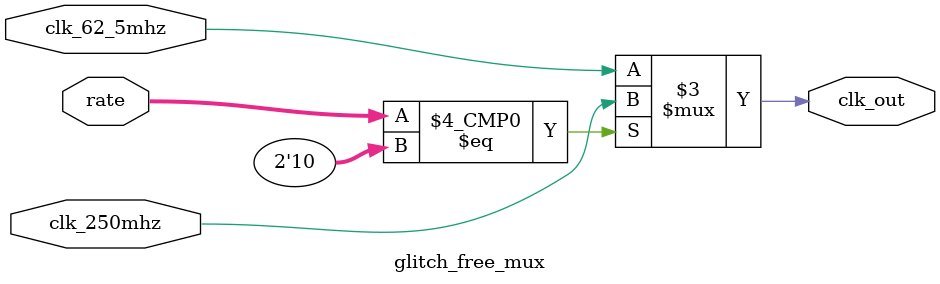
<source format=v>
module glitch_free_mux (
    input clk_62_5mhz,
    input clk_250mhz,
    input [1:0] rate,
    output reg clk_out
);
    always @(*) begin
        case (rate)
            2'b00: clk_out = clk_62_5mhz;
            2'b10: clk_out = clk_250mhz;
            default: clk_out = clk_62_5mhz; 
        endcase
    end
endmodule

</source>
